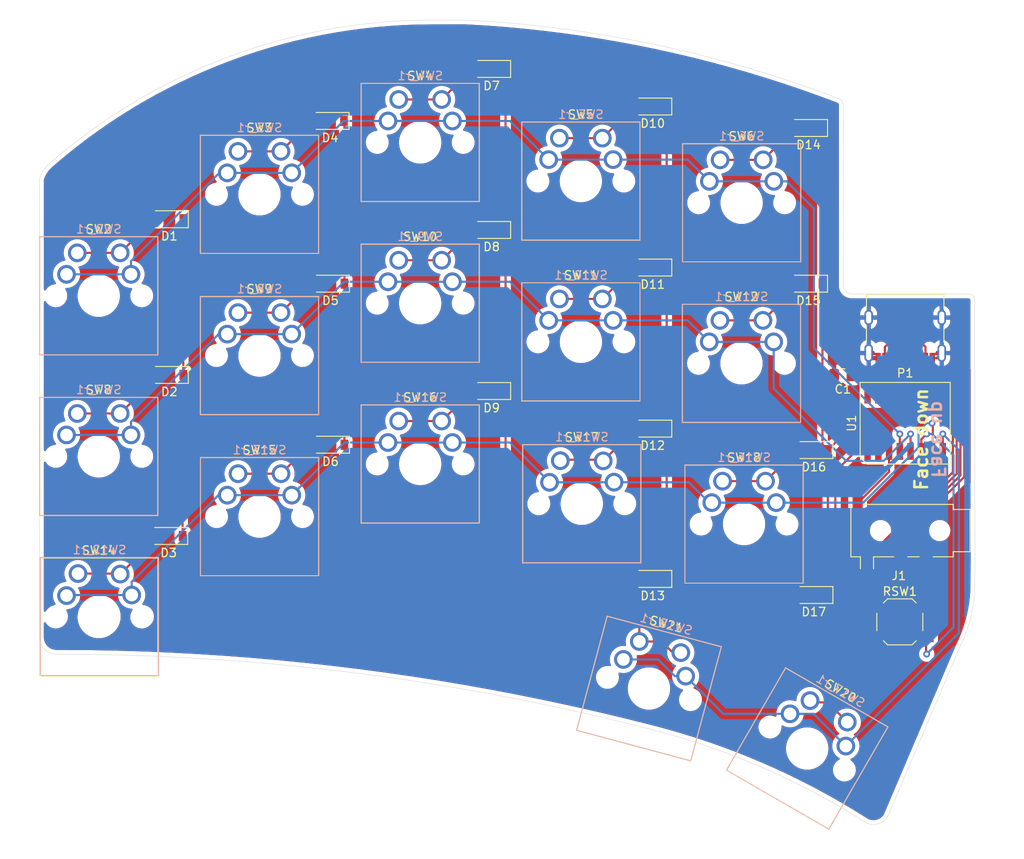
<source format=kicad_pcb>
(kicad_pcb (version 20211014) (generator pcbnew)
  (layers (0 "F.Cu" signal) (31 "B.Cu" signal) (34 "B.Paste" user) (35 "F.Paste" user) (36 "B.SilkS" user "B.Silkscreen") (37 "F.SilkS" user "F.Silkscreen") (38 "B.Mask" user) (39 "F.Mask" user) (44 "Edge.Cuts" user))
  (net 0 "")
  (net 1 "gnd")
  (net 2 "vcc")
  (net 3 "reset")
  (net 4 "Switch1")
  (net 5 "Switch2")
  (net 6 "Switch3")
  (net 7 "Switch4")
  (net 8 "Switch5")
  (net 9 "Switch6")
  (net 10 "Switch7")
  (net 11 "Switch8")
  (net 12 "Switch9")
  (net 13 "Switch10")
  (net 14 "Switch11")
  (net 15 "Switch12")
  (net 16 "Switch13")
  (net 17 "Switch14")
  (net 18 "Switch15")
  (net 19 "Switch16")
  (net 20 "Switch17")
  (net 21 "Column0")
  (net 22 "Column1")
  (net 23 "Column2")
  (net 24 "Column3")
  (net 25 "Column4")
  (net 28 "D+")
  (net 31 "D-")
  (net 32 "Serial")
  (net 33 "Row0")
  (net 34 "Row1")
  (net 35 "Row2")
  (net 36 "Row3")
  (footprint "Button_Switch_Keyboard:SW_Cherry_MX_1.00u_PCB" (layer "F.Cu") (at 45 77)
    (fp_text reference "SW2")
    (fp_text value "SW_Push")
  )
  (footprint "Button_Switch_Keyboard:SW_Cherry_MX_1.00u_PCB" (layer "F.Cu") (at 64 65)
    (fp_text reference "SW3")
    (fp_text value "SW_Push")
  )
  (footprint "Button_Switch_Keyboard:SW_Cherry_MX_1.00u_PCB" (layer "F.Cu") (at 83 58.86)
    (fp_text reference "SW4")
    (fp_text value "SW_Push")
  )
  (footprint "Button_Switch_Keyboard:SW_Cherry_MX_1.00u_PCB" (layer "F.Cu") (at 101.994 63.432)
    (fp_text reference "SW5")
    (fp_text value "SW_Push")
  )
  (footprint "Button_Switch_Keyboard:SW_Cherry_MX_1.00u_PCB" (layer "F.Cu") (at 121 66)
    (fp_text reference "SW6")
    (fp_text value "SW_Push")
  )
  (footprint "Button_Switch_Keyboard:SW_Cherry_MX_1.00u_PCB" (layer "F.Cu") (at 45 96)
    (fp_text reference "SW8")
    (fp_text value "SW_Push")
  )
  (footprint "Button_Switch_Keyboard:SW_Cherry_MX_1.00u_PCB" (layer "F.Cu") (at 64 84.074)
    (fp_text reference "SW9")
    (fp_text value "SW_Push")
  )
  (footprint "Button_Switch_Keyboard:SW_Cherry_MX_1.00u_PCB" (layer "F.Cu") (at 83 77.878)
    (fp_text reference "SW10")
    (fp_text value "SW_Push")
  )
  (footprint "Button_Switch_Keyboard:SW_Cherry_MX_1.00u_PCB" (layer "F.Cu") (at 102 82.45)
    (fp_text reference "SW11")
    (fp_text value "SW_Push")
  )
  (footprint "Button_Switch_Keyboard:SW_Cherry_MX_1.00u_PCB" (layer "F.Cu") (at 120.98 84.99)
    (fp_text reference "SW12")
    (fp_text value "SW_Push")
  )
  (footprint "Button_Switch_Keyboard:SW_Cherry_MX_1.00u_PCB" (layer "F.Cu") (at 45 115)
    (fp_text reference "SW14")
    (fp_text value "SW_Push")
  )
  (footprint "Button_Switch_Keyboard:SW_Cherry_MX_1.00u_PCB" (layer "F.Cu") (at 64.008 103.124)
    (fp_text reference "SW15")
    (fp_text value "SW_Push")
  )
  (footprint "Button_Switch_Keyboard:SW_Cherry_MX_1.00u_PCB" (layer "F.Cu") (at 83 96.896)
    (fp_text reference "SW16")
    (fp_text value "SW_Push")
  )
  (footprint "Button_Switch_Keyboard:SW_Cherry_MX_1.00u_PCB" (layer "F.Cu") (at 102.0982 101.6042)
    (fp_text reference "SW17")
    (fp_text value "SW_Push")
  )
  (footprint "Button_Switch_Keyboard:SW_Cherry_MX_1.00u_PCB" (layer "F.Cu") (at 130.95 132.504 -30)
    (fp_text reference "SW20")
    (fp_text value "SW_Push")
  )
  (footprint "Button_Switch_Keyboard:SW_Cherry_MX_1.00u_PCB" (layer "F.Cu") (at 111.272 124.288 -15)
    (fp_text reference "SW21")
    (fp_text value "SW_Push")
  )
  (footprint "Button_Switch_SMD:SW_SPST_SKQG_WithoutStem" (layer "F.Cu") (at 137.16 120.65)
    (fp_text reference "RSW1")
    (fp_text value "SKQGADE010")
  )
  (footprint "Button_Switch_Keyboard:SW_Cherry_MX_1.00u_PCB" (layer "F.Cu") (at 121.285 104.008)
    (fp_text reference "SW18")
    (fp_text value "SW_Push")
  )
  (footprint "CH552G:CH552G" (layer "F.Cu") (at 137.795 97.155)
    (fp_text reference "U1")
    (fp_text value "CH552G")
  )
  (footprint "Diode_SMD:D_SOD-123" (layer "F.Cu") (at 126.365 62.23 180)
    (fp_text reference "D14")
    (fp_text value "1N4148")
  )
  (footprint "Diode_SMD:D_SOD-123" (layer "F.Cu") (at 88.9 55.245 180)
    (fp_text reference "D7")
    (fp_text value "1N4148")
  )
  (footprint "Diode_SMD:D_SOD-123" (layer "F.Cu") (at 50.8 91.44 180)
    (fp_text reference "D2")
    (fp_text value "1N4148")
  )
  (footprint "Diode_SMD:D_SOD-123" (layer "F.Cu") (at 107.95 115.57 180)
    (fp_text reference "D13")
    (fp_text value "1N4148")
  )
  (footprint "Diode_SMD:D_SOD-123" (layer "F.Cu") (at 107.95 97.79 180)
    (fp_text reference "D12")
    (fp_text value "1N4148")
  )
  (footprint "Diode_SMD:D_SOD-123" (layer "F.Cu") (at 69.85 80.645 180)
    (fp_text reference "D5")
    (fp_text value "1N4148")
  )
  (footprint "Diode_SMD:D_SOD-123" (layer "F.Cu") (at 69.85 99.695 180)
    (fp_text reference "D6")
    (fp_text value "1N4148")
  )
  (footprint "Diode_SMD:D_SOD-123" (layer "F.Cu") (at 88.9 74.295 180)
    (fp_text reference "D8")
    (fp_text value "1N4148")
  )
  (footprint "Diode_SMD:D_SOD-123" (layer "F.Cu") (at 88.9 93.345 180)
    (fp_text reference "D9")
    (fp_text value "1N4148")
  )
  (footprint "Diode_SMD:D_SOD-123" (layer "F.Cu") (at 127 100.33 180)
    (fp_text reference "D16")
    (fp_text value "1N4148")
  )
  (footprint "Capacitor_SMD:C_0805_2012Metric_Pad1.18x1.45mm_HandSolder" (layer "F.Cu") (at 130.425 91.45 180)
    (fp_text reference "C1")
    (fp_text value "0.1uF")
  )
  (footprint "Diode_SMD:D_SOD-123" (layer "F.Cu") (at 107.95 78.74 180)
    (fp_text reference "D11")
    (fp_text value "1N4148")
  )
  (footprint "Diode_SMD:D_SOD-123" (layer "F.Cu") (at 50.72 110.49 180)
    (fp_text reference "D3")
    (fp_text value "1N4148")
  )
  (footprint "Connector_Audio:Jack_3.5mm_PJ320D_Horizontal" (layer "F.Cu") (at 137.1 109.855 180)
    (fp_text reference "J1")
    (fp_text value "PJ-320A")
  )
  (footprint "Diode_SMD:D_SOD-123" (layer "F.Cu") (at 107.95 59.69 180)
    (fp_text reference "D10")
    (fp_text value "1N4148")
  )
  (footprint "Connector_USB:USB_C_Receptacle_G-Switch_GT-USB-7010ASV" (layer "F.Cu") (at 137.795 85.725 180)
    (fp_text reference "P1")
    (fp_text value "GT-USB-7010ASV")
  )
  (footprint "Diode_SMD:D_SOD-123" (layer "F.Cu") (at 50.8 73.025 180)
    (fp_text reference "D1")
    (fp_text value "1N4148")
  )
  (footprint "Diode_SMD:D_SOD-123" (layer "F.Cu") (at 69.8 61.395 180)
    (fp_text reference "D4")
    (fp_text value "1N4148")
  )
  (footprint "Diode_SMD:D_SOD-123" (layer "F.Cu") (at 126.365 80.645 180)
    (fp_text reference "D15")
    (fp_text value "1N4148")
  )
  (footprint "Diode_SMD:D_SOD-123" (layer "F.Cu") (at 127 117.475 180)
    (fp_text reference "D17")
    (fp_text value "1N4148")
  )
  (footprint "Button_Switch_Keyboard:SW_Cherry_MX_1.00u_PCB" (layer "B.Cu") (at 115.9 84.99 180)
    (fp_text reference "SW11_r1")
    (fp_text value "SW_Push")
  )
  (footprint "Button_Switch_Keyboard:SW_Cherry_MX_1.00u_PCB" (layer "B.Cu") (at 77.92 58.86 180)
    (fp_text reference "SW4_r1")
    (fp_text value "SW_Push")
  )
  (footprint "Button_Switch_Keyboard:SW_Cherry_MX_1.00u_PCB" (layer "B.Cu") (at 58.92 65 180)
    (fp_text reference "SW3_r1")
    (fp_text value "SW_Push")
  )
  (footprint "Button_Switch_Keyboard:SW_Cherry_MX_1.00u_PCB" (layer "B.Cu") (at 96.914 63.432 180)
    (fp_text reference "SW5_r1")
    (fp_text value "SW_Push")
  )
  (footprint "Button_Switch_Keyboard:SW_Cherry_MX_1.00u_PCB" (layer "B.Cu") (at 58.92 84.074 180)
    (fp_text reference "SW8_r1")
    (fp_text value "SW_Push")
  )
  (footprint "Button_Switch_Keyboard:SW_Cherry_MX_1.00u_PCB" (layer "B.Cu") (at 58.928 103.124 180)
    (fp_text reference "SW13_r1")
    (fp_text value "SW_Push")
  )
  (footprint "Button_Switch_Keyboard:SW_Cherry_MX_1.00u_PCB" (layer "B.Cu") (at 39.92 77 180)
    (fp_text reference "SW2_r1")
    (fp_text value "SW_Push")
  )
  (footprint "Button_Switch_Keyboard:SW_Cherry_MX_1.00u_PCB" (layer "B.Cu") (at 96.92 82.45 180)
    (fp_text reference "SW10_r1")
    (fp_text value "SW_Push")
  )
  (footprint "Button_Switch_Keyboard:SW_Cherry_MX_1.00u_PCB" (layer "B.Cu") (at 116.205 104.008 180)
    (fp_text reference "SW16_r1")
    (fp_text value "SW_Push")
  )
  (footprint "Button_Switch_Keyboard:SW_Cherry_MX_1.00u_PCB" (layer "B.Cu") (at 77.92 96.896 180)
    (fp_text reference "SW14_r1")
    (fp_text value "SW_Push")
  )
  (footprint "Button_Switch_Keyboard:SW_Cherry_MX_1.00u_PCB" (layer "B.Cu") (at 115.92 66 180)
    (fp_text reference "SW6_r1")
    (fp_text value "SW_Push")
  )
  (footprint "Button_Switch_Keyboard:SW_Cherry_MX_1.00u_PCB" (layer "B.Cu") (at 39.92 96 180)
    (fp_text reference "SW7_r1")
    (fp_text value "SW_Push")
  )
  (footprint "Button_Switch_Keyboard:SW_Cherry_MX_1.00u_PCB" (layer "B.Cu") (at 126.5506 129.964 150)
    (fp_text reference "SW17_r1")
    (fp_text value "SW_Push")
  )
  (footprint "Button_Switch_Keyboard:SW_Cherry_MX_1.00u_PCB" (layer "B.Cu") (at 40.005 114.935 180)
    (fp_text reference "SW12_r1")
    (fp_text value "SW_Push")
  )
  (footprint "Button_Switch_Keyboard:SW_Cherry_MX_1.00u_PCB" (layer "B.Cu") (at 97.0277 101.5853 180)
    (fp_text reference "SW15_r1")
    (fp_text value "SW_Push")
  )
  (footprint "Button_Switch_Keyboard:SW_Cherry_MX_1.00u_PCB" (layer "B.Cu") (at 106.3651 122.9732 165)
    (fp_text reference "SW18_r1")
    (fp_text value "SW_Push")
  )
  (footprint "Button_Switch_Keyboard:SW_Cherry_MX_1.00u_PCB" (layer "B.Cu") (at 77.92 77.878 180)
    (fp_text reference "SW9_r1")
    (fp_text value "SW_Push")
  )
  (gr_arc (start 145.262 81.866) (mid 145.79233 82.08567) (end 146.012 82.616) (layer "Edge.Cuts") (width 0.05))
  (gr_line (start 146.012 96.45) (end 146.012 101.262) (layer "Edge.Cuts") (width 0.05))
  (gr_arc (start 146.024 116.248) (mid 145.56283 120.031316) (end 144.261679 123.613657) (layer "Edge.Cuts") (width 0.05))
  (gr_line (start 146.012 82.616) (end 146.012 96.45) (layer "Edge.Cuts") (width 0.05))
  (gr_line (start 146.012 101.262) (end 146.05 111.9) (layer "Edge.Cuts") (width 0.05))
  (gr_line (start 146.05 111.9) (end 146.024 116.248) (layer "Edge.Cuts") (width 0.05))
  (gr_arc (start 131.458 81.868917) (mid 130.750893 81.576024) (end 130.458 80.868917) (layer "Edge.Cuts") (width 0.05))
  (gr_line (start 130.458 80.868917) (end 130.463 59.473) (layer "Edge.Cuts") (width 0.05))
  (gr_arc (start 35.465859 68.23732) (mid 36.023193 67.119598) (end 36.894611 66.224861) (layer "Edge.Cuts") (width 0.05))
  (gr_arc (start 85.843227 49.463504) (mid 108.303644 52.385453) (end 130.028245 58.79247) (layer "Edge.Cuts") (width 0.05))
  (gr_line (start 37.767536 124.476378) (end 37.493002 124.473917) (layer "Edge.Cuts") (width 0.05))
  (gr_arc (start 107.797707 133.384137) (mid 120.821222 137.841207) (end 132.978 144.298) (layer "Edge.Cuts") (width 0.05))
  (gr_arc (start 37.767536 124.476378) (mid 73.062529 126.72971) (end 107.797707 133.384137) (layer "Edge.Cuts") (width 0.05))
  (gr_arc (start 37.493002 124.473917) (mid 36.080534 123.924716) (end 35.458001 122.542999) (layer "Edge.Cuts") (width 0.05))
  (gr_arc (start 135.71 143.699265) (mid 134.468995 144.56898) (end 132.978 144.298) (layer "Edge.Cuts") (width 0.05))
  (gr_arc (start 130.028245 58.79247) (mid 130.345034 59.069226) (end 130.463 59.473) (layer "Edge.Cuts") (width 0.05))
  (gr_line (start 35.465859 68.23732) (end 35.458001 122.542999) (layer "Edge.Cuts") (width 0.05))
  (gr_line (start 85.843227 49.463504) (end 81.868 49.468) (layer "Edge.Cuts") (width 0.05))
  (gr_arc (start 36.894611 66.224861) (mid 57.871135 53.793316) (end 81.868 49.468) (layer "Edge.Cuts") (width 0.05))
  (gr_line (start 135.71 143.699265) (end 144.261679 123.613657) (layer "Edge.Cuts") (width 0.05))
  (gr_line (start 131.458 81.868917) (end 145.262 81.866) (layer "Edge.Cuts") (width 0.05))
  (gr_text "Face up" (at 141.7 99.06 -90) (layer "B.SilkS") (effects (font (size 1.5 1.5) (thickness 0.3)) (justify mirror)))
  (gr_text "Face down" (at 139.7 99.06 90) (layer "F.SilkS") (effects (font (size 1.5 1.5) (thickness 0.3))))
  (segment locked (start 134.075 89.45) (end 133.475 88.85) (width 0.25) (layer "F.Cu") (net 1))
  (segment (start 143.46 88.85) (end 142.115 88.85) (width 0.25) (layer "F.Cu") (net 1))
  (segment locked (start 141.515 89.45) (end 142.115 88.85) (width 0.25) (layer "F.Cu") (net 1))
  (segment locked (start 134.595 89.45) (end 134.075 89.45) (width 0.25) (layer "F.Cu") (net 1))
  (segment (start 140.275 109.28) (end 145.415 104.14) (width 0.25) (layer "F.Cu") (net 1))
  (segment (start 145.415 104.14) (end 145.415 90.805) (width 0.25) (layer "F.Cu") (net 1))
  (segment (start 134.06 118.8) (end 140.26 118.8) (width 0.25) (layer "F.Cu") (net 1))
  (segment (start 129.3875 90.3225) (end 130.86 88.85) (width 0.25) (layer "F.Cu") (net 1))
  (segment (start 130.86 88.85) (end 133.475 88.85) (width 0.25) (layer "F.Cu") (net 1))
  (segment locked (start 133.475 87.12) (end 133.475 88.85) (width 0.25) (layer "F.Cu") (net 1))
  (segment (start 140.26 113.12) (end 140.275 113.105) (width 0.25) (layer "F.Cu") (net 1))
  (segment locked (start 140.995 89.45) (end 141.515 89.45) (width 0.25) (layer "F.Cu") (net 1))
  (segment locked (start 142.115 84.65) (end 133.475 84.65) (width 0.25) (layer "F.Cu") (net 1))
  (segment (start 145.415 90.805) (end 143.46 88.85) (width 0.25) (layer "F.Cu") (net 1))
  (segment (start 129.3875 91.45) (end 129.3875 90.3225) (width 0.25) (layer "F.Cu") (net 1))
  (segment locked (start 142.115 88.85) (end 142.115 84.65) (width 0.25) (layer "F.Cu") (net 1))
  (segment locked (start 133.475 84.65) (end 133.475 87.12) (width 0.25) (layer "F.Cu") (net 1))
  (segment (start 140.275 113.105) (end 140.275 109.28) (width 0.25) (layer "F.Cu") (net 1))
  (segment (start 140.26 118.8) (end 140.26 113.12) (width 0.25) (layer "F.Cu") (net 1))
  (segment (start 134.61 91.45) (end 134.62 91.44) (width 0.25) (layer "F.Cu") (net 2))
  (segment locked (start 135.395 89.45) (end 135.395 90.665) (width 0.25) (layer "F.Cu") (net 2))
  (segment locked (start 134.62 93.825) (end 134.62 94.615) (width 0.25) (layer "F.Cu") (net 2))
  (segment locked (start 140.195 89.45) (end 140.195 88.125) (width 0.25) (layer "F.Cu") (net 2))
  (segment (start 134.62 91.44) (end 134.62 93.825) (width 0.25) (layer "F.Cu") (net 2))
  (segment (start 131.4625 91.45) (end 134.61 91.45) (width 0.25) (layer "F.Cu") (net 2))
  (segment locked (start 139.7 87.63) (end 135.89 87.63) (width 0.25) (layer "F.Cu") (net 2))
  (segment (start 137.275 111.01) (end 144.78 103.505) (width 0.25) (layer "F.Cu") (net 2))
  (segment locked (start 140.195 88.125) (end 139.7 87.63) (width 0.25) (layer "F.Cu") (net 2))
  (segment (start 137.275 113.105) (end 137.275 111.01) (width 0.25) (layer "F.Cu") (net 2))
  (segment (start 140.335 90.805) (end 140.195 90.665) (width 0.25) (layer "F.Cu") (net 2))
  (segment locked (start 135.395 90.665) (end 134.62 91.44) (width 0.25) (layer "F.Cu") (net 2))
  (segment (start 140.195 90.665) (end 140.195 89.45) (width 0.25) (layer "F.Cu") (net 2))
  (segment (start 144.78 103.505) (end 144.78 92.075) (width 0.25) (layer "F.Cu") (net 2))
  (segment locked (start 135.89 87.63) (end 135.395 88.125) (width 0.25) (layer "F.Cu") (net 2))
  (segment (start 144.78 92.075) (end 143.51 90.805) (width 0.25) (layer "F.Cu") (net 2))
  (segment (start 143.51 90.805) (end 140.335 90.805) (width 0.25) (layer "F.Cu") (net 2))
  (segment locked (start 135.395 88.125) (end 135.395 89.45) (width 0.25) (layer "F.Cu") (net 2))
  (segment (start 140.26 122.5) (end 140.26 124.385) (width 0.25) (layer "F.Cu") (net 3))
  (segment (start 139.7 100.485) (end 139.7 99.06) (width 0.25) (layer "F.Cu") (net 3))
  (segment (start 134.06 122.5) (end 133.295 122.5) (width 0.25) (layer "F.Cu") (net 3))
  (segment (start 140.26 122.5) (end 134.06 122.5) (width 0.25) (layer "F.Cu") (net 3))
  (segment (start 140.26 124.385) (end 140.335 124.46) (width 0.25) (layer "F.Cu") (net 3))
  (segment (start 139.7 99.06) (end 140.335 98.425) (width 0.25) (layer "F.Cu") (net 3))
  (via (at 140.335 98.425) (size 0.8) (drill 0.4) (layers "F.Cu" "B.Cu") (net 3))
  (via (at 140.335 124.46) (size 0.8) (drill 0.4) (layers "F.Cu" "B.Cu") (net 3))
  (segment (start 140.335 124.46) (end 143.51 121.285) (width 0.25) (layer "B.Cu") (net 3))
  (segment (start 143.51 121.285) (end 143.51 100.965) (width 0.25) (layer "B.Cu") (net 3))
  (segment (start 140.97 98.425) (end 140.335 98.425) (width 0.25) (layer "B.Cu") (net 3))
  (segment (start 143.51 100.965) (end 140.97 98.425) (width 0.25) (layer "B.Cu") (net 3))
  (segment locked (start 45 77) (end 39.92 77) (width 0.25) (layer "F.Cu") (net 4))
  (segment (start 48.975 73.025) (end 49.15 73.025) (width 0.25) (layer "F.Cu") (net 4))
  (segment (start 45 77) (end 48.975 73.025) (width 0.25) (layer "F.Cu") (net 4))
  (segment (start 67.605 61.395) (end 68.15 61.395) (width 0.25) (layer "F.Cu") (net 5))
  (segment (start 64 65) (end 67.605 61.395) (width 0.25) (layer "F.Cu") (net 5))
  (segment locked (start 58.92 65) (end 64 65) (width 0.25) (layer "F.Cu") (net 5))
  (segment (start 86.615 55.245) (end 87.25 55.245) (width 0.25) (layer "F.Cu") (net 6))
  (segment locked (start 77.92 58.86) (end 83 58.86) (width 0.25) (layer "F.Cu") (net 6))
  (segment (start 83 58.86) (end 86.615 55.245) (width 0.25) (layer "F.Cu") (net 6))
  (segment locked (start 96.914 63.432) (end 101.994 63.432) (width 0.25) (layer "F.Cu") (net 7))
  (segment (start 101.994 63.432) (end 105.736 59.69) (width 0.25) (layer "F.Cu") (net 7))
  (segment (start 105.736 59.69) (end 106.3 59.69) (width 0.25) (layer "F.Cu") (net 7))
  (segment locked (start 115.92 66) (end 121 66) (width 0.25) (layer "F.Cu") (net 8))
  (segment (start 121 66) (end 124.715 62.285) (width 0.25) (layer "F.Cu") (net 8))
  (segment (start 124.715 62.285) (end 124.715 62.23) (width 0.25) (layer "F.Cu") (net 8))
  (segment (start 45 96) (end 49.15 91.85) (width 0.25) (layer "F.Cu") (net 9))
  (segment locked (start 45 96) (end 39.92 96) (width 0.25) (layer "F.Cu") (net 9))
  (segment (start 49.15 91.85) (end 49.15 91.44) (width 0.25) (layer "F.Cu") (net 9))
  (segment locked (start 58.92 84.074) (end 64 84.074) (width 0.25) (layer "F.Cu") (net 10))
  (segment (start 67.429 80.645) (end 68.2 80.645) (width 0.25) (layer "F.Cu") (net 10))
  (segment (start 64 84.074) (end 67.429 80.645) (width 0.25) (layer "F.Cu") (net 10))
  (segment (start 86.583 74.295) (end 83 77.878) (width 0.25) (layer "F.Cu") (net 11))
  (segment (start 87.25 74.295) (end 86.583 74.295) (width 0.25) (layer "F.Cu") (net 11))
  (segment locked (start 77.92 77.878) (end 83 77.878) (width 0.25) (layer "F.Cu") (net 11))
  (segment locked (start 96.92 82.45) (end 102 82.45) (width 0.25) (layer "F.Cu") (net 12))
  (segment (start 102 82.45) (end 105.71 78.74) (width 0.25) (layer "F.Cu") (net 12))
  (segment (start 105.71 78.74) (end 106.3 78.74) (width 0.25) (layer "F.Cu") (net 12))
  (segment (start 120.98 84.99) (end 124.715 81.255) (width 0.25) (layer "F.Cu") (net 13))
  (segment (start 124.715 81.255) (end 124.715 80.645) (width 0.25) (layer "F.Cu") (net 13))
  (segment locked (start 115.9 84.99) (end 120.98 84.99) (width 0.25) (layer "F.Cu") (net 13))
  (segment locked (start 40.005 114.935) (end 44.935 114.935) (width 0.25) (layer "F.Cu") (net 14))
  (segment locked (start 44.935 114.935) (end 45 115) (width 0.25) (layer "F.Cu") (net 14))
  (segment (start 45 115) (end 49.07 110.93) (width 0.25) (layer "F.Cu") (net 14))
  (segment (start 49.07 110.93) (end 49.07 110.49) (width 0.25) (layer "F.Cu") (net 14))
  (segment (start 67.437 99.695) (end 68.2 99.695) (width 0.25) (layer "F.Cu") (net 15))
  (segment (start 64.008 103.124) (end 67.437 99.695) (width 0.25) (layer "F.Cu") (net 15))
  (segment locked (start 64.008 103.124) (end 58.928 103.124) (width 0.25) (layer "F.Cu") (net 15))
  (segment (start 83 96.896) (end 86.551 93.345) (width 0.25) (layer "F.Cu") (net 16))
  (segment (start 86.551 93.345) (end 87.25 93.345) (width 0.25) (layer "F.Cu") (net 16))
  (segment locked (start 83 96.896) (end 77.92 96.896) (width 0.25) (layer "F.Cu") (net 16))
  (segment (start 102.0982 101.6042) (end 105.9124 97.79) (width 0.25) (layer "F.Cu") (net 17))
  (segment (start 105.9124 97.79) (end 106.3 97.79) (width 0.25) (layer "F.Cu") (net 17))
  (segment locked (start 97.287 101.468) (end 97.155 101.6) (width 0.25) (layer "F.Cu") (net 17))
  (segment locked (start 102 101.468) (end 97.287 101.468) (width 0.25) (layer "F.Cu") (net 17))
  (segment (start 121.285 104.008) (end 124.963 100.33) (width 0.25) (layer "F.Cu") (net 18))
  (segment locked (start 120.98 104.008) (end 115.9 104.008) (width 0.25) (layer "F.Cu") (net 18))
  (segment (start 124.963 100.33) (end 125.35 100.33) (width 0.25) (layer "F.Cu") (net 18))
  (segment locked (start 128.621 130.175) (end 126.7616 130.175) (width 0.25) (layer "F.Cu") (net 19))
  (segment locked (start 126.7616 130.175) (end 126.5506 129.964) (width 0.25) (layer "F.Cu") (net 19))
  (segment locked (start 130.95 132.504) (end 128.621 130.175) (width 0.25) (layer "F.Cu") (net 19))
  (segment locked (start 109.0032 122.9732) (end 106.3651 122.9732) (width 0.25) (layer "F.Cu") (net 20))
  (segment locked (start 111.272 124.288) (end 110.318 124.288) (width 0.25) (layer "F.Cu") (net 20))
  (segment (start 106.3651 115.6351) (end 106.3 115.57) (width 0.25) (layer "F.Cu") (net 20))
  (segment (start 106.3651 122.9732) (end 106.3651 115.6351) (width 0.25) (layer "F.Cu") (net 20))
  (segment locked (start 110.318 124.288) (end 109.0032 122.9732) (width 0.25) (layer "F.Cu") (net 20))
  (segment (start 130.36 119.83) (end 135.89 114.3) (width 0.25) (layer "F.Cu") (net 21))
  (segment (start 106.045 113.03) (end 107.315 114.3) (width 0.25) (layer "F.Cu") (net 21))
  (segment (start 121.659188 118.375) (end 124.384188 115.65) (width 0.25) (layer "F.Cu") (net 21))
  (segment (start 126.285 116.129188) (end 126.285 118.719188) (width 0.25) (layer "F.Cu") (net 21))
  (segment (start 143.323604 91.255) (end 140.52 91.255) (width 0.25) (layer "F.Cu") (net 21))
  (segment (start 144.33 103.318604) (end 144.33 92.261396) (width 0.25) (layer "F.Cu") (net 21))
  (segment (start 135.89 114.3) (end 135.89 111.758604) (width 0.25) (layer "F.Cu") (net 21))
  (segment (start 60.325 113.03) (end 106.045 113.03) (width 0.25) (layer "F.Cu") (net 21))
  (segment (start 124.384188 115.65) (end 125.805812 115.65) (width 0.25) (layer "F.Cu") (net 21))
  (segment (start 144.33 92.261396) (end 143.323604 91.255) (width 0.25) (layer "F.Cu") (net 21))
  (segment (start 127.395812 119.83) (end 130.36 119.83) (width 0.25) (layer "F.Cu") (net 21))
  (segment (start 107.315 114.3) (end 107.315 118.11) (width 0.25) (layer "F.Cu") (net 21))
  (segment (start 52.45 73.025) (end 52.45 91.44) (width 0.25) (layer "F.Cu") (net 21))
  (segment (start 107.315 118.11) (end 107.58 118.375) (width 0.25) (layer "F.Cu") (net 21))
  (segment (start 52.37 110.49) (end 57.785 110.49) (width 0.25) (layer "F.Cu") (net 21))
  (segment (start 52.37 110.49) (end 52.37 91.52) (width 0.25) (layer "F.Cu") (net 21))
  (segment (start 140.52 91.255) (end 139.7 92.075) (width 0.25) (layer "F.Cu") (net 21))
  (segment (start 135.89 111.758604) (end 144.33 103.318604) (width 0.25) (layer "F.Cu") (net 21))
  (segment (start 125.805812 115.65) (end 126.285 116.129188) (width 0.25) (layer "F.Cu") (net 21))
  (segment (start 57.785 110.49) (end 60.325 113.03) (width 0.25) (layer "F.Cu") (net 21))
  (segment (start 107.58 118.375) (end 121.659188 118.375) (width 0.25) (layer "F.Cu") (net 21))
  (segment (start 126.285 118.719188) (end 127.395812 119.83) (width 0.25) (layer "F.Cu") (net 21))
  (segment (start 52.37 91.52) (end 52.45 91.44) (width 0.25) (layer "F.Cu") (net 21))
  (segment (start 139.7 92.075) (end 139.7 93.825) (width 0.25) (layer "F.Cu") (net 21))
  (segment (start 76.835 112.395) (end 106.046396 112.395) (width 0.25) (layer "F.Cu") (net 22))
  (segment (start 140.97 92.34) (end 140.97 93.825) (width 0.25) (layer "F.Cu") (net 22))
  (segment (start 71.5 99.695) (end 71.5 80.645) (width 0.25) (layer "F.Cu") (net 22))
  (segment (start 135.44 114.113604) (end 135.44 111.572208) (width 0.25) (layer "F.Cu") (net 22))
  (segment (start 135.44 111.572208) (end 143.88 103.132208) (width 0.25) (layer "F.Cu") (net 22))
  (segment (start 71.5 80.645) (end 71.5 61.445) (width 0.25) (layer "F.Cu") (net 22))
  (segment (start 108.028604 117.925) (end 121.472792 117.925) (width 0.25) (layer "F.Cu") (net 22))
  (segment (start 107.765 114.113604) (end 107.765 117.661396) (width 0.25) (layer "F.Cu") (net 22))
  (segment (start 141.605 91.705) (end 140.97 92.34) (width 0.25) (layer "F.Cu") (net 22))
  (segment (start 71.5 99.695) (end 71.5 107.06) (width 0.25) (layer "F.Cu") (net 22))
  (segment (start 125.992208 115.2) (end 126.735 115.942792) (width 0.25) (layer "F.Cu") (net 22))
  (segment (start 71.5 61.445) (end 71.45 61.395) (width 0.25) (layer "F.Cu") (net 22))
  (segment (start 130.173604 119.38) (end 135.44 114.113604) (width 0.25) (layer "F.Cu") (net 22))
  (segment (start 126.735 115.942792) (end 126.735 118.532792) (width 0.25) (layer "F.Cu") (net 22))
  (segment (start 71.5 107.06) (end 76.835 112.395) (width 0.25) (layer "F.Cu") (net 22))
  (segment (start 106.046396 112.395) (end 107.765 114.113604) (width 0.25) (layer "F.Cu") (net 22))
  (segment (start 126.735 118.532792) (end 127.582208 119.38) (width 0.25) (layer "F.Cu") (net 22))
  (segment (start 124.197792 115.2) (end 125.992208 115.2) (width 0.25) (layer "F.Cu") (net 22))
  (segment (start 143.137208 91.705) (end 141.605 91.705) (width 0.25) (layer "F.Cu") (net 22))
  (segment (start 121.472792 117.925) (end 124.197792 115.2) (width 0.25) (layer "F.Cu") (net 22))
  (segment (start 127.582208 119.38) (end 130.173604 119.38) (width 0.25) (layer "F.Cu") (net 22))
  (segment (start 143.88 103.132208) (end 143.88 92.447792) (width 0.25) (layer "F.Cu") (net 22))
  (segment (start 107.765 117.661396) (end 108.028604 117.925) (width 0.25) (layer "F.Cu") (net 22))
  (segment (start 143.88 92.447792) (end 143.137208 91.705) (width 0.25) (layer "F.Cu") (net 22))
  (segment (start 121.286396 117.475) (end 124.011396 114.75) (width 0.25) (layer "F.Cu") (net 23))
  (segment (start 108.215 113.927208) (end 108.215 117.475) (width 0.25) (layer "F.Cu") (net 23))
  (segment (start 94.165 111.945) (end 106.232792 111.945) (width 0.25) (layer "F.Cu") (net 23))
  (segment (start 143.43 95.015) (end 142.24 93.825) (width 0.25) (layer "F.Cu") (net 23))
  (segment (start 90.55 108.33) (end 94.165 111.945) (width 0.25) (layer "F.Cu") (net 23))
  (segment (start 143.43 102.945812) (end 143.43 95.015) (width 0.25) (layer "F.Cu") (net 23))
  (segment (start 90.55 93.345) (end 90.55 74.295) (width 0.25) (layer "F.Cu") (net 23))
  (segment (start 124.011396 114.75) (end 126.178604 114.75) (width 0.25) (layer "F.Cu") (net 23))
  (segment (start 126.178604 114.75) (end 127.185 115.756396) (width 0.25) (layer "F.Cu") (net 23))
  (segment (start 134.99 111.385812) (end 143.43 102.945812) (width 0.25) (layer "F.Cu") (net 23))
  (segment (start 130.067208 118.85) (end 134.99 113.927208) (width 0.25) (layer "F.Cu") (net 23))
  (segment (start 127.688604 118.85) (end 130.067208 118.85) (width 0.25) (layer "F.Cu") (net 23))
  (segment (start 134.99 113.927208) (end 134.99 111.385812) (width 0.25) (layer "F.Cu") (net 23))
  (segment (start 90.55 55.245) (end 90.55 74.295) (width 0.25) (layer "F.Cu") (net 23))
  (segment (start 106.232792 111.945) (end 108.215 113.927208) (width 0.25) (layer "F.Cu") (net 23))
  (segment (start 90.55 93.345) (end 90.55 108.33) (width 0.25) (layer "F.Cu") (net 23))
  (segment (start 108.215 117.475) (end 121.286396 117.475) (width 0.25) (layer "F.Cu") (net 23))
  (segment (start 127.185 115.756396) (end 127.185 118.346396) (width 0.25) (layer "F.Cu") (net 23))
  (segment (start 127.185 118.346396) (end 127.688604 118.85) (width 0.25) (layer "F.Cu") (net 23))
  (segment (start 127.635 118.16) (end 127.875 118.4) (width 0.25) (layer "F.Cu") (net 24))
  (segment (start 109.6 115.57) (end 109.6 97.79) (width 0.25) (layer "F.Cu") (net 24))
  (segment (start 127.875 118.4) (end 129.425 118.4) (width 0.25) (layer "F.Cu") (net 24))
  (segment (start 131.925 100.485) (end 133.35 100.485) (width 0.25) (layer "F.Cu") (net 24))
  (segment (start 123.825 114.3) (end 126.365 114.3) (width 0.25) (layer "F.Cu") (net 24))
  (segment (start 122.555 115.57) (end 123.825 114.3) (width 0.25) (layer "F.Cu") (net 24))
  (segment (start 126.365 114.3) (end 127.635 115.57) (width 0.25) (layer "F.Cu") (net 24))
  (segment (start 129.54 118.285) (end 129.54 102.87) (width 0.25) (layer "F.Cu") (net 24))
  (segment (start 109.6 97.79) (end 109.6 78.74) (width 0.25) (layer "F.Cu") (net 24))
  (segment (start 129.425 118.4) (end 129.54 118.285) (width 0.25) (layer "F.Cu") (net 24))
  (segment (start 127.635 115.57) (end 127.635 118.16) (width 0.25) (layer "F.Cu") (net 24))
  (segment (start 109.6 78.74) (end 109.6 59.69) (width 0.25) (layer "F.Cu") (net 24))
  (segment (start 109.6 115.57) (end 122.555 115.57) (width 0.25) (layer "F.Cu") (net 24))
  (segment (start 129.54 102.87) (end 131.925 100.485) (width 0.25) (layer "F.Cu") (net 24))
  (segment (start 128.65 100.33) (end 128.65 117.475) (width 0.25) (layer "F.Cu") (net 25))
  (segment (start 130.555 98.425) (end 133.985 98.425) (width 0.25) (layer "F.Cu") (net 25))
  (segment (start 128.015 80.645) (end 128.015 99.695) (width 0.25) (layer "F.Cu") (net 25))
  (segment (start 133.985 98.425) (end 134.62 99.06) (width 0.25) (layer "F.Cu") (net 25))
  (segment (start 128.015 62.23) (end 128.015 80.645) (width 0.25) (layer "F.Cu") (net 25))
  (segment (start 134.62 99.06) (end 134.62 100.485) (width 0.25) (layer "F.Cu") (net 25))
  (segment (start 128.015 99.695) (end 128.65 100.33) (width 0.25) (layer "F.Cu") (net 25))
  (segment (start 128.65 100.33) (end 130.555 98.425) (width 0.25) (layer "F.Cu") (net 25))
  (segment locked (start 138.045 91.055) (end 138.43 91.44) (width 0.2) (layer "F.Cu") (net 28))
  (segment locked (start 138.045 89.45) (end 138.045 91.055) (width 0.2) (layer "F.Cu") (net 28))
  (segment locked (start 138.43 91.44) (end 138.43 93.825) (width 0.2) (layer "F.Cu") (net 28))
  (segment locked (start 137.545 91.055) (end 137.16 91.44) (width 0.2) (layer "F.Cu") (net 31))
  (segment locked (start 137.16 91.44) (end 137.16 93.825) (width 0.2) (layer "F.Cu") (net 31))
  (segment locked (start 137.545 89.45) (end 137.545 91.055) (width 0.2) (layer "F.Cu") (net 31))
  (segment (start 135.89 100.485) (end 135.89 102.89) (width 0.25) (layer "F.Cu") (net 32))
  (segment (start 135.89 102.89) (end 132.175 106.605) (width 0.25) (layer "F.Cu") (net 32))
  (segment (start 137.16 100.485) (end 137.16 98.425) (width 0.25) (layer "F.Cu") (net 33))
  (via (at 137.16 98.425) (size 0.8) (drill 0.4) (layers "F.Cu" "B.Cu") (net 33))
  (segment locked (start 57.65 67.54) (end 56.714366 67.54) (width 0.25) (layer "B.Cu") (net 33))
  (segment locked (start 95.644 65.972) (end 91.072 61.4) (width 0.25) (layer "B.Cu") (net 33))
  (segment locked (start 56.714366 67.54) (end 46.27 77.984366) (width 0.25) (layer "B.Cu") (net 33))
  (segment locked (start 65.27 67.54) (end 57.65 67.54) (width 0.25) (layer "B.Cu") (net 33))
  (segment locked (start 76.65 61.4) (end 71.41 61.4) (width 0.25) (layer "B.Cu") (net 33))
  (segment (start 127 71.755) (end 123.785 68.54) (width 0.25) (layer "B.Cu") (net 33))
  (segment locked (start 112.082 65.972) (end 103.264 65.972) (width 0.25) (layer "B.Cu") (net 33))
  (segment locked (start 103.264 65.972) (end 95.644 65.972) (width 0.25) (layer "B.Cu") (net 33))
  (segment (start 127 88.265) (end 127 71.755) (width 0.25) (layer "B.Cu") (net 33))
  (segment locked (start 114.65 68.54) (end 112.082 65.972) (width 0.25) (layer "B.Cu") (net 33))
  (segment locked (start 46.27 79.54) (end 38.65 79.54) (width 0.25) (layer "B.Cu") (net 33))
  (segment locked (start 91.072 61.4) (end 84.27 61.4) (width 0.25) (layer "B.Cu") (net 33))
  (segment locked (start 122.27 68.54) (end 114.65 68.54) (width 0.25) (layer "B.Cu") (net 33))
  (segment (start 123.785 68.54) (end 122.27 68.54) (width 0.25) (layer "B.Cu") (net 33))
  (segment (start 137.16 98.425) (end 127 88.265) (width 0.25) (layer "B.Cu") (net 33))
  (segment locked (start 46.27 77.984366) (end 46.27 79.54) (width 0.25) (layer "B.Cu") (net 33))
  (segment locked (start 71.41 61.4) (end 65.27 67.54) (width 0.25) (layer "B.Cu") (net 33))
  (segment locked (start 84.27 61.4) (end 76.65 61.4) (width 0.25) (layer "B.Cu") (net 33))
  (segment (start 138.43 100.485) (end 138.43 98.425) (width 0.25) (layer "F.Cu") (net 34))
  (via (at 138.43 98.425) (size 0.8) (drill 0.4) (layers "F.Cu" "B.Cu") (net 34))
  (segment (start 122.25 87.53) (end 122.25 93.04) (width 0.25) (layer "B.Cu") (net 34))
  (segment locked (start 38.65 98.54) (end 46.27 98.54) (width 0.25) (layer "B.Cu") (net 34))
  (segment locked (start 76.65 80.418) (end 84.27 80.418) (width 0.25) (layer "B.Cu") (net 34))
  (segment (start 130.81 101.6) (end 135.255 101.6) (width 0.25) (layer "B.Cu") (net 34))
  (segment locked (start 95.65 84.99) (end 103.27 84.99) (width 0.25) (layer "B.Cu") (net 34))
  (segment locked (start 91.078 80.418) (end 95.65 84.99) (width 0.25) (layer "B.Cu") (net 34))
  (segment locked (start 71.466 80.418) (end 76.65 80.418) (width 0.25) (layer "B.Cu") (net 34))
  (segment locked (start 56.640366 86.614) (end 57.65 86.614) (width 0.25) (layer "B.Cu") (net 34))
  (segment locked (start 112.09 84.99) (end 114.63 87.53) (width 0.25) (layer "B.Cu") (net 34))
  (segment locked (start 65.27 86.614) (end 71.466 80.418) (width 0.25) (layer "B.Cu") (net 34))
  (segment (start 135.255 101.6) (end 138.43 98.425) (width 0.25) (layer "B.Cu") (net 34))
  (segment locked (start 57.65 86.614) (end 65.27 86.614) (width 0.25) (layer "B.Cu") (net 34))
  (segment locked (start 114.63 87.53) (end 122.25 87.53) (width 0.25) (layer "B.Cu") (net 34))
  (segment locked (start 46.27 96.984366) (end 56.640366 86.614) (width 0.25) (layer "B.Cu") (net 34))
  (segment locked (start 103.27 84.99) (end 112.09 84.99) (width 0.25) (layer "B.Cu") (net 34))
  (segment locked (start 84.27 80.418) (end 91.078 80.418) (width 0.25) (layer "B.Cu") (net 34))
  (segment locked (start 46.27 98.54) (end 46.27 96.984366) (width 0.25) (layer "B.Cu") (net 34))
  (segment (start 122.25 93.04) (end 130.81 101.6) (width 0.25) (layer "B.Cu") (net 34))
  (segment (start 140.97 100.485) (end 141.06 100.395) (width 0.25) (layer "F.Cu") (net 35))
  (segment (start 141.06 97.245) (end 140.97 97.155) (width 0.25) (layer "F.Cu") (net 35))
  (segment (start 141.06 100.395) (end 141.06 97.245) (width 0.25) (layer "F.Cu") (net 35))
  (via (at 140.97 97.155) (size 0.8) (drill 0.4) (layers "F.Cu" "B.Cu") (net 35))
  (segment (start 139.377097 100.017903) (end 132.847 106.548) (width 0.25) (layer "B.Cu") (net 35))
  (segment locked (start 95.65 104.008) (end 91.078 99.436) (width 0.25) (layer "B.Cu") (net 35))
  (segment locked (start 38.715 117.475) (end 38.65 117.54) (width 0.25) (layer "B.Cu") (net 35))
  (segment locked (start 56.610366 105.664) (end 46.355 115.919366) (width 0.25) (layer "B.Cu") (net 35))
  (segment (start 132.847 106.548) (end 122.555 106.548) (width 0.25) (layer "B.Cu") (net 35))
  (segment locked (start 95.782 104.14) (end 95.65 104.008) (width 0.25) (layer "B.Cu") (net 35))
  (segment locked (start 46.355 115.919366) (end 46.355 117.475) (width 0.25) (layer "B.Cu") (net 35))
  (segment locked (start 84.27 99.436) (end 76.65 99.436) (width 0.25) (layer "B.Cu") (net 35))
  (segment locked (start 65.278 105.664) (end 57.658 105.664) (width 0.25) (layer "B.Cu") (net 35))
  (segment locked (start 46.355 117.475) (end 38.715 117.475) (width 0.25) (layer "B.Cu") (net 35))
  (segment locked (start 71.506 99.436) (end 65.278 105.664) (width 0.25) (layer "B.Cu") (net 35))
  (segment locked (start 76.65 99.436) (end 71.506 99.436) (width 0.25) (layer "B.Cu") (net 35))
  (segment locked (start 57.658 105.664) (end 56.610366 105.664) (width 0.25) (layer "B.Cu") (net 35))
  (segment (start 140.335 97.155) (end 139.377097 98.112903) (width 0.25) (layer "B.Cu") (net 35))
  (segment (start 139.377097 98.112903) (end 139.377097 100.017903) (width 0.25) (layer "B.Cu") (net 35))
  (segment locked (start 112.222 104.14) (end 103.505 104.14) (width 0.25) (layer "B.Cu") (net 35))
  (segment locked (start 114.63 106.548) (end 112.222 104.14) (width 0.25) (layer "B.Cu") (net 35))
  (segment locked (start 103.505 104.14) (end 95.782 104.14) (width 0.25) (layer "B.Cu") (net 35))
  (segment locked (start 91.078 99.436) (end 84.27 99.436) (width 0.25) (layer "B.Cu") (net 35))
  (segment locked (start 122.25 106.548) (end 114.63 106.548) (width 0.25) (layer "B.Cu") (net 35))
  (segment (start 140.97 97.155) (end 140.335 97.155) (width 0.25) (layer "B.Cu") (net 35))
  (segment (start 142.24 100.485) (end 142.24 98.425) (width 0.25) (layer "F.Cu") (net 36))
  (via (at 142.24 98.425) (size 0.8) (drill 0.4) (layers "F.Cu" "B.Cu") (net 36))
  (segment (start 142.24 98.425) (end 144.145 100.33) (width 0.25) (layer "B.Cu") (net 36))
  (segment locked (start 130.779861 135.338705) (end 126.969861 131.528705) (width 0.25) (layer "B.Cu") (net 36))
  (segment locked (start 124.180739 131.528705) (end 116.299881 131.528705) (width 0.25) (layer "B.Cu") (net 36))
  (segment locked (start 108.582049 125.097951) (end 104.480971 125.097951) (width 0.25) (layer "B.Cu") (net 36))
  (segment locked (start 110.560153 127.070153) (end 108.585 125.095) (width 0.25) (layer "B.Cu") (net 36))
  (segment locked (start 126.969861 131.528705) (end 124.180739 131.528705) (width 0.25) (layer "B.Cu") (net 36))
  (segment locked (start 108.585 125.095) (end 108.582049 125.097951) (width 0.25) (layer "B.Cu") (net 36))
  (segment locked (start 111.841329 127.070153) (end 110.560153 127.070153) (width 0.25) (layer "B.Cu") (net 36))
  (segment (start 144.145 121.973566) (end 130.779861 135.338705) (width 0.25) (layer "B.Cu") (net 36))
  (segment (start 144.145 100.33) (end 144.145 121.973566) (width 0.25) (layer "B.Cu") (net 36))
  (segment locked (start 116.299881 131.528705) (end 111.841329 127.070153) (width 0.25) (layer "B.Cu") (net 36))
  (zone (net 1) (net_name "gnd") (layers F&B.Cu) (connect_pads (clearance 0.508)) (min_thickness 0.254) (fill yes (thermal_gap 0.508) (thermal_bridge_width 0.508) (island_removal_mode 1) (island_area_min 0))
    (polygon (pts (xy 151.476154 47.910806) (xy 151.841623 146.745334) (xy 30.791298 146.150384) (xy 30.7848 47.0916)))
  )
)
</source>
